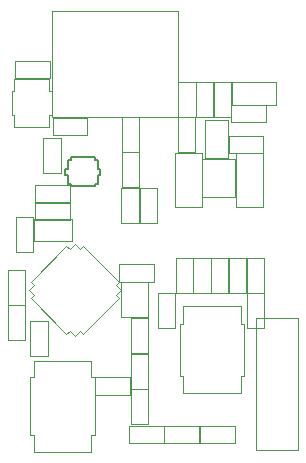
<source format=gbr>
G04 #@! TF.GenerationSoftware,KiCad,Pcbnew,9.0.2*
G04 #@! TF.CreationDate,2025-12-31T10:57:56+01:00*
G04 #@! TF.ProjectId,synthmate_L432,73796e74-686d-4617-9465-5f4c3433322e,rev?*
G04 #@! TF.SameCoordinates,Original*
G04 #@! TF.FileFunction,Other,User*
%FSLAX46Y46*%
G04 Gerber Fmt 4.6, Leading zero omitted, Abs format (unit mm)*
G04 Created by KiCad (PCBNEW 9.0.2) date 2025-12-31 10:57:56*
%MOMM*%
%LPD*%
G01*
G04 APERTURE LIST*
%ADD10C,0.050000*%
%ADD11C,0.152400*%
G04 APERTURE END LIST*
D10*
G04 #@! TO.C,J5*
X149840000Y-96210000D02*
X149840000Y-107370000D01*
X149840000Y-107370000D02*
X153380000Y-107370000D01*
X153380000Y-96210000D02*
X149840000Y-96210000D01*
X153380000Y-107370000D02*
X153380000Y-96210000D01*
G04 #@! TO.C,U6*
X130660000Y-101237500D02*
X131010000Y-101237500D01*
X130660000Y-106137500D02*
X130660000Y-101237500D01*
X131010000Y-99837500D02*
X135810000Y-99837500D01*
X131010000Y-101237500D02*
X131010000Y-99837500D01*
X131010000Y-106137500D02*
X130660000Y-106137500D01*
X131010000Y-107537500D02*
X131010000Y-106137500D01*
X135810000Y-99837500D02*
X135810000Y-101237500D01*
X135810000Y-101237500D02*
X136160000Y-101237500D01*
X135810000Y-106137500D02*
X135810000Y-107537500D01*
X135810000Y-107537500D02*
X131010000Y-107537500D01*
X136160000Y-101237500D02*
X136160000Y-106137500D01*
X136160000Y-106137500D02*
X135810000Y-106137500D01*
G04 #@! TO.C,C13*
X136185000Y-101240000D02*
X139145000Y-101240000D01*
X136185000Y-102700000D02*
X136185000Y-101240000D01*
X139145000Y-101240000D02*
X139145000Y-102700000D01*
X139145000Y-102700000D02*
X136185000Y-102700000D01*
G04 #@! TO.C,R13*
X142035000Y-105340000D02*
X144995000Y-105340000D01*
X142035000Y-106800000D02*
X142035000Y-105340000D01*
X144995000Y-105340000D02*
X144995000Y-106800000D01*
X144995000Y-106800000D02*
X142035000Y-106800000D01*
G04 #@! TO.C,J1*
X143200000Y-79185000D02*
X132560000Y-79185000D01*
X132560000Y-70245000D01*
X143200000Y-70245000D01*
X143200000Y-79185000D01*
G04 #@! TO.C,D2*
X145520000Y-79440000D02*
X147420000Y-79440000D01*
X145520000Y-82640000D02*
X145520000Y-79440000D01*
X145520000Y-82640000D02*
X147420000Y-82640000D01*
X147420000Y-82640000D02*
X147420000Y-79440000D01*
G04 #@! TO.C,R6*
X146000000Y-91125000D02*
X147460000Y-91125000D01*
X146000000Y-94085000D02*
X146000000Y-91125000D01*
X147460000Y-91125000D02*
X147460000Y-94085000D01*
X147460000Y-94085000D02*
X146000000Y-94085000D01*
G04 #@! TO.C,U5*
X143345000Y-96695000D02*
X143585000Y-96695000D01*
X143345000Y-101095000D02*
X143345000Y-96695000D01*
X143585000Y-95195000D02*
X148505000Y-95195000D01*
X143585000Y-96695000D02*
X143585000Y-95195000D01*
X143585000Y-101095000D02*
X143345000Y-101095000D01*
X143585000Y-102595000D02*
X143585000Y-101095000D01*
X148505000Y-95195000D02*
X148505000Y-96695000D01*
X148505000Y-96695000D02*
X148745000Y-96695000D01*
X148505000Y-101095000D02*
X148505000Y-102595000D01*
X148505000Y-102595000D02*
X143585000Y-102595000D01*
X148745000Y-96695000D02*
X148745000Y-101095000D01*
X148745000Y-101095000D02*
X148505000Y-101095000D01*
G04 #@! TO.C,C15*
X131082500Y-86470000D02*
X134042500Y-86470000D01*
X131082500Y-87930000D02*
X131082500Y-86470000D01*
X134042500Y-86470000D02*
X134042500Y-87930000D01*
X134042500Y-87930000D02*
X131082500Y-87930000D01*
D11*
G04 #@! TO.C,U2*
X133671000Y-83582600D02*
X133871000Y-83582600D01*
X133671000Y-84082600D02*
X133671000Y-83582600D01*
X133871000Y-82803600D02*
X134150000Y-82803600D01*
X133871000Y-83582600D02*
X133871000Y-82803600D01*
X133871000Y-84082600D02*
X133671000Y-84082600D01*
X133871000Y-84861600D02*
X133871000Y-84082600D01*
X134150000Y-82603600D02*
X136150000Y-82603600D01*
X134150000Y-82803600D02*
X134150000Y-82603600D01*
X134150000Y-84861600D02*
X133871000Y-84861600D01*
X134150000Y-85061600D02*
X134150000Y-84861600D01*
X136150000Y-82603600D02*
X136150000Y-82803600D01*
X136150000Y-82803600D02*
X136429000Y-82803600D01*
X136150000Y-84861600D02*
X136150000Y-85061600D01*
X136150000Y-85061600D02*
X134150000Y-85061600D01*
X136429000Y-82803600D02*
X136429000Y-83582600D01*
X136429000Y-83582600D02*
X136629000Y-83582600D01*
X136429000Y-84082600D02*
X136429000Y-84861600D01*
X136429000Y-84861600D02*
X136150000Y-84861600D01*
X136629000Y-83582600D02*
X136629000Y-84082600D01*
X136629000Y-84082600D02*
X136429000Y-84082600D01*
D10*
G04 #@! TO.C,D3*
X130990000Y-87840000D02*
X130990000Y-89740000D01*
X130990000Y-87840000D02*
X134190000Y-87840000D01*
X130990000Y-89740000D02*
X134190000Y-89740000D01*
X134190000Y-87840000D02*
X134190000Y-89740000D01*
G04 #@! TO.C,C10*
X146210000Y-76235000D02*
X147670000Y-76235000D01*
X146210000Y-79195000D02*
X146210000Y-76235000D01*
X147670000Y-76235000D02*
X147670000Y-79195000D01*
X147670000Y-79195000D02*
X146210000Y-79195000D01*
G04 #@! TO.C,U3*
X145257500Y-82750000D02*
X145257500Y-85950000D01*
X145257500Y-85950000D02*
X148057500Y-85950000D01*
X148057500Y-82750000D02*
X145257500Y-82750000D01*
X148057500Y-82750000D02*
X148057500Y-85950000D01*
G04 #@! TO.C,R11*
X145035000Y-105360000D02*
X147995000Y-105360000D01*
X145035000Y-106820000D02*
X145035000Y-105360000D01*
X147995000Y-105360000D02*
X147995000Y-106820000D01*
X147995000Y-106820000D02*
X145035000Y-106820000D01*
G04 #@! TO.C,C6*
X147520000Y-91115000D02*
X148980000Y-91115000D01*
X147520000Y-94075000D02*
X147520000Y-91115000D01*
X148980000Y-91115000D02*
X148980000Y-94075000D01*
X148980000Y-94075000D02*
X147520000Y-94075000D01*
G04 #@! TO.C,C12*
X130700000Y-96460000D02*
X132160000Y-96460000D01*
X130700000Y-99420000D02*
X130700000Y-96460000D01*
X132160000Y-96460000D02*
X132160000Y-99420000D01*
X132160000Y-99420000D02*
X130700000Y-99420000D01*
G04 #@! TO.C,R1*
X143240000Y-76235000D02*
X144700000Y-76235000D01*
X143240000Y-79195000D02*
X143240000Y-76235000D01*
X144700000Y-76235000D02*
X144700000Y-79195000D01*
X144700000Y-79195000D02*
X143240000Y-79195000D01*
G04 #@! TO.C,R3*
X132575000Y-79260000D02*
X135535000Y-79260000D01*
X132575000Y-80720000D02*
X132575000Y-79260000D01*
X135535000Y-79260000D02*
X135535000Y-80720000D01*
X135535000Y-80720000D02*
X132575000Y-80720000D01*
G04 #@! TO.C,R15*
X139190000Y-96255000D02*
X140650000Y-96255000D01*
X139190000Y-99215000D02*
X139190000Y-96255000D01*
X140650000Y-96255000D02*
X140650000Y-99215000D01*
X140650000Y-99215000D02*
X139190000Y-99215000D01*
G04 #@! TO.C,R5*
X129450000Y-87665000D02*
X130910000Y-87665000D01*
X129450000Y-90625000D02*
X129450000Y-87665000D01*
X130910000Y-87665000D02*
X130910000Y-90625000D01*
X130910000Y-90625000D02*
X129450000Y-90625000D01*
G04 #@! TO.C,C11*
X128790000Y-92155000D02*
X130250000Y-92155000D01*
X128790000Y-95115000D02*
X128790000Y-92155000D01*
X130250000Y-92155000D02*
X130250000Y-95115000D01*
X130250000Y-95115000D02*
X128790000Y-95115000D01*
G04 #@! TO.C,R14*
X144720000Y-76230000D02*
X146180000Y-76230000D01*
X144720000Y-79190000D02*
X144720000Y-76230000D01*
X146180000Y-76230000D02*
X146180000Y-79190000D01*
X146180000Y-79190000D02*
X144720000Y-79190000D01*
G04 #@! TO.C,C5*
X138200000Y-91670000D02*
X141160000Y-91670000D01*
X138200000Y-93130000D02*
X138200000Y-91670000D01*
X141160000Y-91670000D02*
X141160000Y-93130000D01*
X141160000Y-93130000D02*
X138200000Y-93130000D01*
G04 #@! TO.C,C18*
X141500000Y-94115000D02*
X142960000Y-94115000D01*
X141500000Y-97075000D02*
X141500000Y-94115000D01*
X142960000Y-94115000D02*
X142960000Y-97075000D01*
X142960000Y-97075000D02*
X141500000Y-97075000D01*
G04 #@! TO.C,R16*
X131092500Y-84940000D02*
X134052500Y-84940000D01*
X131092500Y-86400000D02*
X131092500Y-84940000D01*
X134052500Y-84940000D02*
X134052500Y-86400000D01*
X134052500Y-86400000D02*
X131092500Y-86400000D01*
G04 #@! TO.C,R8*
X149030000Y-91125000D02*
X150490000Y-91125000D01*
X149030000Y-94085000D02*
X149030000Y-91125000D01*
X150490000Y-91125000D02*
X150490000Y-94085000D01*
X150490000Y-94085000D02*
X149030000Y-94085000D01*
G04 #@! TO.C,R18*
X131800000Y-80955000D02*
X133260000Y-80955000D01*
X131800000Y-83915000D02*
X131800000Y-80955000D01*
X133260000Y-80955000D02*
X133260000Y-83915000D01*
X133260000Y-83915000D02*
X131800000Y-83915000D01*
G04 #@! TO.C,R4*
X147685000Y-78200000D02*
X150645000Y-78200000D01*
X147685000Y-79660000D02*
X147685000Y-78200000D01*
X150645000Y-78200000D02*
X150645000Y-79660000D01*
X150645000Y-79660000D02*
X147685000Y-79660000D01*
G04 #@! TO.C,R10*
X138420000Y-82165000D02*
X139880000Y-82165000D01*
X138420000Y-85125000D02*
X138420000Y-82165000D01*
X139880000Y-82165000D02*
X139880000Y-85125000D01*
X139880000Y-85125000D02*
X138420000Y-85125000D01*
G04 #@! TO.C,U4*
X129115000Y-76962500D02*
X129315000Y-76962500D01*
X129115000Y-79062500D02*
X129115000Y-76962500D01*
X129315000Y-75962500D02*
X132315000Y-75962500D01*
X129315000Y-76962500D02*
X129315000Y-75962500D01*
X129315000Y-79062500D02*
X129115000Y-79062500D01*
X129315000Y-80062500D02*
X129315000Y-79062500D01*
X132315000Y-75962500D02*
X132315000Y-76962500D01*
X132315000Y-76962500D02*
X132515000Y-76962500D01*
X132315000Y-79062500D02*
X132315000Y-80062500D01*
X132315000Y-80062500D02*
X129315000Y-80062500D01*
X132515000Y-76962500D02*
X132515000Y-79062500D01*
X132515000Y-79062500D02*
X132315000Y-79062500D01*
G04 #@! TO.C,C2*
X128770000Y-95115000D02*
X130230000Y-95115000D01*
X128770000Y-98075000D02*
X128770000Y-95115000D01*
X130230000Y-95115000D02*
X130230000Y-98075000D01*
X130230000Y-98075000D02*
X128770000Y-98075000D01*
G04 #@! TO.C,C17*
X139190000Y-102255000D02*
X140650000Y-102255000D01*
X139190000Y-105215000D02*
X139190000Y-102255000D01*
X140650000Y-102255000D02*
X140650000Y-105215000D01*
X140650000Y-105215000D02*
X139190000Y-105215000D01*
G04 #@! TO.C,C16*
X129360000Y-74430000D02*
X132320000Y-74430000D01*
X129360000Y-75890000D02*
X129360000Y-74430000D01*
X132320000Y-74430000D02*
X132320000Y-75890000D01*
X132320000Y-75890000D02*
X129360000Y-75890000D01*
G04 #@! TO.C,R17*
X139190000Y-99275000D02*
X140650000Y-99275000D01*
X139190000Y-102235000D02*
X139190000Y-99275000D01*
X140650000Y-99275000D02*
X140650000Y-102235000D01*
X140650000Y-102235000D02*
X139190000Y-102235000D01*
G04 #@! TO.C,D1*
X147765000Y-76260000D02*
X151465000Y-76260000D01*
X147765000Y-78160000D02*
X147765000Y-76260000D01*
X151465000Y-76260000D02*
X151465000Y-78160000D01*
X151465000Y-78160000D02*
X147765000Y-78160000D01*
G04 #@! TO.C,C9*
X139045000Y-105340000D02*
X142005000Y-105340000D01*
X139045000Y-106800000D02*
X139045000Y-105340000D01*
X142005000Y-105340000D02*
X142005000Y-106800000D01*
X142005000Y-106800000D02*
X139045000Y-106800000D01*
G04 #@! TO.C,R7*
X149050000Y-94095000D02*
X150510000Y-94095000D01*
X149050000Y-97055000D02*
X149050000Y-94095000D01*
X150510000Y-94095000D02*
X150510000Y-97055000D01*
X150510000Y-97055000D02*
X149050000Y-97055000D01*
G04 #@! TO.C,C4*
X147475000Y-80770000D02*
X150435000Y-80770000D01*
X147475000Y-82230000D02*
X147475000Y-80770000D01*
X150435000Y-80770000D02*
X150435000Y-82230000D01*
X150435000Y-82230000D02*
X147475000Y-82230000D01*
G04 #@! TO.C,C1*
X142940000Y-82230000D02*
X145240000Y-82230000D01*
X142940000Y-86830000D02*
X142940000Y-82230000D01*
X145240000Y-82230000D02*
X145240000Y-86830000D01*
X145240000Y-86830000D02*
X142940000Y-86830000D01*
G04 #@! TO.C,C8*
X139950000Y-85175000D02*
X141410000Y-85175000D01*
X139950000Y-88135000D02*
X139950000Y-85175000D01*
X141410000Y-85175000D02*
X141410000Y-88135000D01*
X141410000Y-88135000D02*
X139950000Y-88135000D01*
G04 #@! TO.C,R12*
X138400000Y-85185000D02*
X139860000Y-85185000D01*
X138400000Y-88145000D02*
X138400000Y-85185000D01*
X139860000Y-85185000D02*
X139860000Y-88145000D01*
X139860000Y-88145000D02*
X138400000Y-88145000D01*
G04 #@! TO.C,C3*
X143212500Y-79220000D02*
X144672500Y-79220000D01*
X143212500Y-82180000D02*
X143212500Y-79220000D01*
X144672500Y-79220000D02*
X144672500Y-82180000D01*
X144672500Y-82180000D02*
X143212500Y-82180000D01*
G04 #@! TO.C,R2*
X138440000Y-79195000D02*
X139900000Y-79195000D01*
X138440000Y-82155000D02*
X138440000Y-79195000D01*
X139900000Y-79195000D02*
X139900000Y-82155000D01*
X139900000Y-82155000D02*
X138440000Y-82155000D01*
G04 #@! TO.C,U1*
X130569913Y-93846100D02*
X131008319Y-93407694D01*
X130739618Y-93138993D02*
X133751893Y-90126718D01*
X130739618Y-94553207D02*
X131008319Y-94284506D01*
X131008319Y-93407694D02*
X130739618Y-93138993D01*
X131008319Y-94284506D02*
X130569913Y-93846100D01*
X133751893Y-90126718D02*
X134020594Y-90395419D01*
X133751893Y-97565482D02*
X130739618Y-94553207D01*
X134020594Y-90395419D02*
X134459000Y-89957013D01*
X134020594Y-97296781D02*
X133751893Y-97565482D01*
X134459000Y-89957013D02*
X134897406Y-90395419D01*
X134459000Y-97735187D02*
X134020594Y-97296781D01*
X134897406Y-90395419D02*
X135166107Y-90126718D01*
X134897406Y-97296781D02*
X134459000Y-97735187D01*
X135166107Y-90126718D02*
X138178382Y-93138993D01*
X135166107Y-97565482D02*
X134897406Y-97296781D01*
X137909681Y-93407694D02*
X138348087Y-93846100D01*
X137909681Y-94284506D02*
X138178382Y-94553207D01*
X138178382Y-93138993D02*
X137909681Y-93407694D01*
X138178382Y-94553207D02*
X135166107Y-97565482D01*
X138348087Y-93846100D02*
X137909681Y-94284506D01*
G04 #@! TO.C,C14*
X148130000Y-82255000D02*
X150430000Y-82255000D01*
X148130000Y-86855000D02*
X148130000Y-82255000D01*
X150430000Y-82255000D02*
X150430000Y-86855000D01*
X150430000Y-86855000D02*
X148130000Y-86855000D01*
G04 #@! TO.C,R9*
X144510000Y-91125000D02*
X145970000Y-91125000D01*
X144510000Y-94085000D02*
X144510000Y-91125000D01*
X145970000Y-91125000D02*
X145970000Y-94085000D01*
X145970000Y-94085000D02*
X144510000Y-94085000D01*
G04 #@! TO.C,J3*
X138410000Y-93170000D02*
X138410000Y-96170000D01*
X138410000Y-96170000D02*
X140690000Y-96170000D01*
X140690000Y-93170000D02*
X138410000Y-93170000D01*
X140690000Y-96170000D02*
X140690000Y-93170000D01*
G04 #@! TO.C,C7*
X143030000Y-91125000D02*
X144490000Y-91125000D01*
X143030000Y-94085000D02*
X143030000Y-91125000D01*
X144490000Y-91125000D02*
X144490000Y-94085000D01*
X144490000Y-94085000D02*
X143030000Y-94085000D01*
G04 #@! TD*
M02*

</source>
